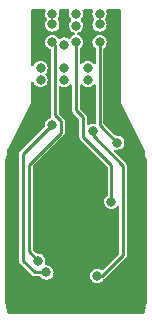
<source format=gbr>
%TF.GenerationSoftware,KiCad,Pcbnew,(6.0.11)*%
%TF.CreationDate,2023-10-17T18:29:59+09:00*%
%TF.ProjectId,ORION_enc_v2,4f52494f-4e5f-4656-9e63-5f76322e6b69,rev?*%
%TF.SameCoordinates,Original*%
%TF.FileFunction,Copper,L2,Bot*%
%TF.FilePolarity,Positive*%
%FSLAX46Y46*%
G04 Gerber Fmt 4.6, Leading zero omitted, Abs format (unit mm)*
G04 Created by KiCad (PCBNEW (6.0.11)) date 2023-10-17 18:29:59*
%MOMM*%
%LPD*%
G01*
G04 APERTURE LIST*
%TA.AperFunction,ViaPad*%
%ADD10C,0.800000*%
%TD*%
%TA.AperFunction,Conductor*%
%ADD11C,0.250000*%
%TD*%
G04 APERTURE END LIST*
D10*
%TO.N,*%
X68000000Y-48200000D03*
%TO.N,+3V3*%
X71000000Y-48000000D03*
X71000000Y-45600000D03*
X72500000Y-56500000D03*
X71000000Y-46500000D03*
%TO.N,GND*%
X72000000Y-50200000D03*
X63500000Y-62000000D03*
X74500000Y-66000000D03*
X65600000Y-45600000D03*
X72400000Y-45600000D03*
X70500000Y-62500000D03*
X68600000Y-56200000D03*
X68500000Y-59000000D03*
X74000000Y-56500000D03*
X63500000Y-67500000D03*
X63487701Y-66000000D03*
X66000000Y-70500000D03*
X72000000Y-70500000D03*
X70000000Y-70500000D03*
X70000000Y-53000000D03*
X72000000Y-54500000D03*
X63500000Y-58000000D03*
X74500000Y-64000000D03*
X71500000Y-65000000D03*
X66500000Y-59000000D03*
X69500000Y-59000000D03*
X71000000Y-70500000D03*
X69000000Y-70500000D03*
X63500000Y-69000000D03*
X68000000Y-70500000D03*
X67000000Y-70500000D03*
X65600000Y-49000000D03*
X74500000Y-70500000D03*
X72400000Y-49000000D03*
X64000000Y-56500000D03*
X69000000Y-61500000D03*
X74500000Y-61000000D03*
X74500000Y-62500000D03*
X63500000Y-60500000D03*
X74500000Y-58000000D03*
X74500000Y-69000000D03*
X69000000Y-68500000D03*
X63500000Y-70500000D03*
X63500000Y-63500000D03*
X74500000Y-67500000D03*
X67500000Y-65500000D03*
X69000000Y-64000000D03*
X67500000Y-59000000D03*
X72000000Y-51200000D03*
X67500000Y-62500000D03*
X70012299Y-65987701D03*
%TO.N,/NSS*%
X70000000Y-50200000D03*
X67000000Y-55000000D03*
X70000000Y-51200000D03*
X66500000Y-67500000D03*
%TO.N,/CLK*%
X69000000Y-48000000D03*
X69000000Y-46600000D03*
X69000000Y-45600000D03*
X72000000Y-61500000D03*
%TO.N,/MISO*%
X70400000Y-55500000D03*
X70775500Y-67775500D03*
X68000000Y-51200000D03*
X68000000Y-50200000D03*
%TO.N,/MOSI*%
X67000000Y-48000000D03*
X67000000Y-45600000D03*
X67000000Y-46500000D03*
X65796672Y-66500000D03*
%TO.N,Net-(J7-Pad1)*%
X66000000Y-50200000D03*
X66000000Y-51200000D03*
%TD*%
D11*
%TO.N,+3V3*%
X71000000Y-55000000D02*
X71000000Y-48000000D01*
X72500000Y-56500000D02*
X71000000Y-55000000D01*
%TO.N,GND*%
X74000000Y-66000000D02*
X71500000Y-68500000D01*
X73500000Y-56000000D02*
X72000000Y-54500000D01*
X70012299Y-65987701D02*
X70512299Y-65987701D01*
X73500000Y-58000000D02*
X73500000Y-56000000D01*
X70512299Y-65987701D02*
X71500000Y-65000000D01*
X71500000Y-68500000D02*
X69000000Y-68500000D01*
X74000000Y-58500000D02*
X74000000Y-66000000D01*
X73500000Y-58000000D02*
X74000000Y-58500000D01*
%TO.N,/NSS*%
X64500000Y-66500000D02*
X65500000Y-67500000D01*
X66975386Y-55000000D02*
X64500000Y-57475386D01*
X64500000Y-57475386D02*
X64500000Y-66500000D01*
X67000000Y-55000000D02*
X66975386Y-55000000D01*
X65500000Y-67500000D02*
X66500000Y-67500000D01*
%TO.N,/CLK*%
X69600000Y-56000000D02*
X72000000Y-58400000D01*
X69600000Y-54375386D02*
X69600000Y-56000000D01*
X69000000Y-48000000D02*
X69000000Y-53775386D01*
X69000000Y-53775386D02*
X69600000Y-54375386D01*
X72000000Y-58400000D02*
X72000000Y-61500000D01*
%TO.N,/MISO*%
X73000000Y-58500000D02*
X73000000Y-66000000D01*
X70400000Y-55900000D02*
X73000000Y-58500000D01*
X71224500Y-67775500D02*
X70775500Y-67775500D01*
X70400000Y-55500000D02*
X70400000Y-55900000D01*
X73000000Y-66000000D02*
X71224500Y-67775500D01*
%TO.N,/MOSI*%
X65000000Y-65703328D02*
X65000000Y-58381153D01*
X65796672Y-66500000D02*
X65000000Y-65703328D01*
X65000000Y-58381153D02*
X67724511Y-55656642D01*
X67200000Y-48200000D02*
X67000000Y-48000000D01*
X67724511Y-54699897D02*
X67200000Y-54175386D01*
X67724511Y-55656642D02*
X67724511Y-54699897D01*
X67200000Y-54175386D02*
X67200000Y-48200000D01*
%TD*%
%TA.AperFunction,Conductor*%
%TO.N,GND*%
G36*
X66395050Y-45220502D02*
G01*
X66441543Y-45274158D01*
X66451647Y-45344432D01*
X66443338Y-45374718D01*
X66414956Y-45443238D01*
X66394318Y-45600000D01*
X66414956Y-45756762D01*
X66475464Y-45902841D01*
X66480491Y-45909392D01*
X66529526Y-45973296D01*
X66555126Y-46039516D01*
X66540861Y-46109065D01*
X66529527Y-46126703D01*
X66475464Y-46197159D01*
X66414956Y-46343238D01*
X66394318Y-46500000D01*
X66414956Y-46656762D01*
X66475464Y-46802841D01*
X66571718Y-46928282D01*
X66697159Y-47024536D01*
X66843238Y-47085044D01*
X67000000Y-47105682D01*
X67008188Y-47104604D01*
X67148574Y-47086122D01*
X67156762Y-47085044D01*
X67302841Y-47024536D01*
X67428282Y-46928282D01*
X67524536Y-46802841D01*
X67585044Y-46656762D01*
X67605682Y-46500000D01*
X67585044Y-46343238D01*
X67524536Y-46197159D01*
X67470474Y-46126704D01*
X67444874Y-46060484D01*
X67459139Y-45990935D01*
X67470474Y-45973296D01*
X67519509Y-45909392D01*
X67524536Y-45902841D01*
X67585044Y-45756762D01*
X67605682Y-45600000D01*
X67585044Y-45443238D01*
X67556662Y-45374718D01*
X67549073Y-45304128D01*
X67580852Y-45240641D01*
X67641910Y-45204414D01*
X67673071Y-45200500D01*
X68326929Y-45200500D01*
X68395050Y-45220502D01*
X68441543Y-45274158D01*
X68451647Y-45344432D01*
X68443338Y-45374718D01*
X68414956Y-45443238D01*
X68394318Y-45600000D01*
X68414956Y-45756762D01*
X68475464Y-45902841D01*
X68480491Y-45909392D01*
X68567892Y-46023296D01*
X68593492Y-46089517D01*
X68579227Y-46159065D01*
X68567892Y-46176704D01*
X68475464Y-46297159D01*
X68414956Y-46443238D01*
X68394318Y-46600000D01*
X68414956Y-46756762D01*
X68475464Y-46902841D01*
X68571718Y-47028282D01*
X68697159Y-47124536D01*
X68823188Y-47176739D01*
X68839730Y-47183591D01*
X68895011Y-47228139D01*
X68917432Y-47295503D01*
X68899874Y-47364294D01*
X68847912Y-47412672D01*
X68839730Y-47416409D01*
X68697159Y-47475464D01*
X68571718Y-47571718D01*
X68566695Y-47578264D01*
X68498674Y-47666911D01*
X68441336Y-47708778D01*
X68370465Y-47713000D01*
X68322009Y-47690171D01*
X68309396Y-47680493D01*
X68309392Y-47680491D01*
X68302841Y-47675464D01*
X68156762Y-47614956D01*
X68000000Y-47594318D01*
X67843238Y-47614956D01*
X67697159Y-47675464D01*
X67690608Y-47680491D01*
X67690604Y-47680493D01*
X67677991Y-47690171D01*
X67611770Y-47715770D01*
X67542222Y-47701504D01*
X67501326Y-47666911D01*
X67433305Y-47578264D01*
X67428282Y-47571718D01*
X67302841Y-47475464D01*
X67156762Y-47414956D01*
X67000000Y-47394318D01*
X66843238Y-47414956D01*
X66697159Y-47475464D01*
X66571718Y-47571718D01*
X66475464Y-47697159D01*
X66414956Y-47843238D01*
X66394318Y-48000000D01*
X66414956Y-48156762D01*
X66475464Y-48302841D01*
X66480491Y-48309392D01*
X66561134Y-48414488D01*
X66571718Y-48428282D01*
X66697159Y-48524536D01*
X66764452Y-48552410D01*
X66796718Y-48565775D01*
X66851999Y-48610324D01*
X66874500Y-48682184D01*
X66874500Y-54155676D01*
X66874020Y-54166658D01*
X66870736Y-54204193D01*
X66880491Y-54240596D01*
X66882870Y-54251328D01*
X66889412Y-54288429D01*
X66885262Y-54289161D01*
X66888402Y-54338529D01*
X66853886Y-54400571D01*
X66813714Y-54427185D01*
X66774000Y-54443635D01*
X66697159Y-54475464D01*
X66571718Y-54571718D01*
X66475464Y-54697159D01*
X66414956Y-54843238D01*
X66394318Y-55000000D01*
X66395396Y-55008188D01*
X66395396Y-55008191D01*
X66400254Y-55045093D01*
X66389314Y-55115241D01*
X66364427Y-55150633D01*
X64283785Y-57231275D01*
X64275681Y-57238702D01*
X64246806Y-57262931D01*
X64241293Y-57272480D01*
X64227961Y-57295571D01*
X64222055Y-57304842D01*
X64200446Y-57335702D01*
X64197592Y-57346352D01*
X64196115Y-57349520D01*
X64194923Y-57352796D01*
X64189412Y-57362341D01*
X64183462Y-57396085D01*
X64182870Y-57399444D01*
X64180492Y-57410171D01*
X64170736Y-57446579D01*
X64171697Y-57457564D01*
X64171697Y-57457566D01*
X64174020Y-57484114D01*
X64174500Y-57495096D01*
X64174500Y-66480290D01*
X64174020Y-66491272D01*
X64170736Y-66528807D01*
X64173590Y-66539456D01*
X64180491Y-66565210D01*
X64182870Y-66575942D01*
X64189412Y-66613045D01*
X64194923Y-66622590D01*
X64196115Y-66625866D01*
X64197592Y-66629034D01*
X64200446Y-66639684D01*
X64217749Y-66664395D01*
X64222055Y-66670544D01*
X64227961Y-66679815D01*
X64241293Y-66702906D01*
X64246806Y-66712455D01*
X64255251Y-66719541D01*
X64275682Y-66736685D01*
X64283785Y-66744111D01*
X65255889Y-67716215D01*
X65263316Y-67724319D01*
X65287545Y-67753194D01*
X65297094Y-67758707D01*
X65320185Y-67772039D01*
X65329456Y-67777945D01*
X65360316Y-67799554D01*
X65370966Y-67802408D01*
X65374134Y-67803885D01*
X65377410Y-67805077D01*
X65386955Y-67810588D01*
X65420699Y-67816538D01*
X65424058Y-67817130D01*
X65434785Y-67819508D01*
X65471193Y-67829264D01*
X65482169Y-67828304D01*
X65482172Y-67828304D01*
X65508743Y-67825979D01*
X65519724Y-67825500D01*
X65930714Y-67825500D01*
X65998835Y-67845502D01*
X66030677Y-67874796D01*
X66071718Y-67928282D01*
X66197159Y-68024536D01*
X66343238Y-68085044D01*
X66351426Y-68086122D01*
X66408114Y-68093585D01*
X66500000Y-68105682D01*
X66508188Y-68104604D01*
X66648574Y-68086122D01*
X66656762Y-68085044D01*
X66802841Y-68024536D01*
X66928282Y-67928282D01*
X67024536Y-67802841D01*
X67085044Y-67656762D01*
X67105682Y-67500000D01*
X67085044Y-67343238D01*
X67024536Y-67197159D01*
X66928282Y-67071718D01*
X66802841Y-66975464D01*
X66656762Y-66914956D01*
X66500000Y-66894318D01*
X66487186Y-66896005D01*
X66417037Y-66885063D01*
X66363941Y-66837933D01*
X66344753Y-66769578D01*
X66354336Y-66722863D01*
X66378555Y-66664395D01*
X66378556Y-66664390D01*
X66381716Y-66656762D01*
X66402354Y-66500000D01*
X66381716Y-66343238D01*
X66321208Y-66197159D01*
X66224954Y-66071718D01*
X66099513Y-65975464D01*
X65953434Y-65914956D01*
X65796672Y-65894318D01*
X65729831Y-65903118D01*
X65659684Y-65892179D01*
X65624291Y-65867292D01*
X65362405Y-65605407D01*
X65328380Y-65543094D01*
X65325500Y-65516311D01*
X65325500Y-58568169D01*
X65345502Y-58500048D01*
X65362405Y-58479074D01*
X67940733Y-55900747D01*
X67948837Y-55893320D01*
X67969260Y-55876183D01*
X67977705Y-55869097D01*
X67996550Y-55836457D01*
X68002454Y-55827189D01*
X68017742Y-55805355D01*
X68024064Y-55796326D01*
X68026917Y-55785680D01*
X68028394Y-55782512D01*
X68029587Y-55779235D01*
X68035099Y-55769687D01*
X68041643Y-55732573D01*
X68044023Y-55721838D01*
X68050921Y-55696096D01*
X68053774Y-55685449D01*
X68050490Y-55647911D01*
X68050011Y-55636930D01*
X68050011Y-54719607D01*
X68050491Y-54708625D01*
X68052814Y-54682077D01*
X68052814Y-54682075D01*
X68053775Y-54671090D01*
X68044019Y-54634682D01*
X68041641Y-54623955D01*
X68041049Y-54620596D01*
X68035099Y-54586852D01*
X68029588Y-54577307D01*
X68028396Y-54574031D01*
X68026919Y-54570863D01*
X68024065Y-54560213D01*
X68002456Y-54529353D01*
X67996550Y-54520082D01*
X67983218Y-54496991D01*
X67977705Y-54487442D01*
X67948828Y-54463212D01*
X67940726Y-54455786D01*
X67562405Y-54077465D01*
X67528379Y-54015153D01*
X67525500Y-53988370D01*
X67525500Y-51842005D01*
X67545502Y-51773884D01*
X67599158Y-51727391D01*
X67669432Y-51717287D01*
X67699718Y-51725596D01*
X67843238Y-51785044D01*
X68000000Y-51805682D01*
X68008188Y-51804604D01*
X68148574Y-51786122D01*
X68156762Y-51785044D01*
X68302841Y-51724536D01*
X68428282Y-51628282D01*
X68448537Y-51601885D01*
X68505875Y-51560018D01*
X68576746Y-51555796D01*
X68638649Y-51590560D01*
X68671930Y-51653272D01*
X68674500Y-51678589D01*
X68674500Y-53755676D01*
X68674020Y-53766658D01*
X68670736Y-53804193D01*
X68673590Y-53814842D01*
X68680491Y-53840596D01*
X68682870Y-53851328D01*
X68689412Y-53888431D01*
X68694923Y-53897976D01*
X68696115Y-53901252D01*
X68697592Y-53904420D01*
X68700446Y-53915070D01*
X68706770Y-53924101D01*
X68722055Y-53945930D01*
X68727961Y-53955201D01*
X68741293Y-53978292D01*
X68746806Y-53987841D01*
X68755251Y-53994927D01*
X68775682Y-54012071D01*
X68783785Y-54019497D01*
X69237595Y-54473307D01*
X69271621Y-54535619D01*
X69274500Y-54562402D01*
X69274500Y-55980290D01*
X69274020Y-55991272D01*
X69270736Y-56028807D01*
X69280491Y-56065210D01*
X69282870Y-56075942D01*
X69283462Y-56079301D01*
X69289412Y-56113045D01*
X69294923Y-56122590D01*
X69296115Y-56125866D01*
X69297592Y-56129034D01*
X69300446Y-56139684D01*
X69306770Y-56148715D01*
X69322055Y-56170544D01*
X69327961Y-56179815D01*
X69334193Y-56190608D01*
X69346806Y-56212455D01*
X69355251Y-56219541D01*
X69375682Y-56236685D01*
X69383785Y-56244111D01*
X71637595Y-58497921D01*
X71671621Y-58560233D01*
X71674500Y-58587016D01*
X71674500Y-60930714D01*
X71654498Y-60998835D01*
X71625204Y-61030677D01*
X71571718Y-61071718D01*
X71475464Y-61197159D01*
X71414956Y-61343238D01*
X71394318Y-61500000D01*
X71414956Y-61656762D01*
X71475464Y-61802841D01*
X71571718Y-61928282D01*
X71697159Y-62024536D01*
X71843238Y-62085044D01*
X72000000Y-62105682D01*
X72008188Y-62104604D01*
X72148574Y-62086122D01*
X72156762Y-62085044D01*
X72302841Y-62024536D01*
X72428282Y-61928282D01*
X72448537Y-61901885D01*
X72505875Y-61860018D01*
X72576746Y-61855796D01*
X72638649Y-61890560D01*
X72671930Y-61953272D01*
X72674500Y-61978589D01*
X72674500Y-65812983D01*
X72654498Y-65881104D01*
X72637595Y-65902078D01*
X71937483Y-66602191D01*
X71275508Y-67264166D01*
X71213196Y-67298191D01*
X71142381Y-67293127D01*
X71109710Y-67275034D01*
X71084894Y-67255992D01*
X71084892Y-67255991D01*
X71078341Y-67250964D01*
X70932262Y-67190456D01*
X70775500Y-67169818D01*
X70618738Y-67190456D01*
X70472659Y-67250964D01*
X70347218Y-67347218D01*
X70250964Y-67472659D01*
X70190456Y-67618738D01*
X70169818Y-67775500D01*
X70190456Y-67932262D01*
X70250964Y-68078341D01*
X70347218Y-68203782D01*
X70472659Y-68300036D01*
X70618738Y-68360544D01*
X70775500Y-68381182D01*
X70783688Y-68380104D01*
X70924074Y-68361622D01*
X70932262Y-68360544D01*
X71078341Y-68300036D01*
X71203782Y-68203782D01*
X71257464Y-68133822D01*
X71314802Y-68091955D01*
X71318611Y-68090942D01*
X71326689Y-68088002D01*
X71337545Y-68086088D01*
X71347090Y-68080577D01*
X71350366Y-68079385D01*
X71353534Y-68077908D01*
X71364184Y-68075054D01*
X71395044Y-68053445D01*
X71404315Y-68047539D01*
X71427406Y-68034207D01*
X71436955Y-68028694D01*
X71461185Y-67999817D01*
X71468611Y-67991715D01*
X73216222Y-66244105D01*
X73224326Y-66236678D01*
X73244750Y-66219540D01*
X73253194Y-66212455D01*
X73258704Y-66202912D01*
X73258707Y-66202908D01*
X73272036Y-66179821D01*
X73277941Y-66170551D01*
X73279288Y-66168628D01*
X73299554Y-66139684D01*
X73302407Y-66129036D01*
X73303886Y-66125865D01*
X73305078Y-66122589D01*
X73310588Y-66113045D01*
X73317134Y-66075924D01*
X73319508Y-66065217D01*
X73329263Y-66028807D01*
X73325979Y-65991269D01*
X73325500Y-65980288D01*
X73325500Y-58519713D01*
X73325979Y-58508732D01*
X73328303Y-58482170D01*
X73328303Y-58482168D01*
X73329263Y-58471193D01*
X73319508Y-58434783D01*
X73317133Y-58424072D01*
X73312501Y-58397806D01*
X73310588Y-58386955D01*
X73305078Y-58377411D01*
X73303886Y-58374135D01*
X73302407Y-58370964D01*
X73299554Y-58360316D01*
X73277940Y-58329448D01*
X73272036Y-58320179D01*
X73258709Y-58297096D01*
X73258707Y-58297093D01*
X73253194Y-58287545D01*
X73237485Y-58274363D01*
X73224331Y-58263326D01*
X73216239Y-58255912D01*
X72262674Y-57302347D01*
X72228651Y-57240038D01*
X72233715Y-57169223D01*
X72276262Y-57112387D01*
X72342782Y-57087576D01*
X72368217Y-57088333D01*
X72491812Y-57104604D01*
X72500000Y-57105682D01*
X72508188Y-57104604D01*
X72648574Y-57086122D01*
X72656762Y-57085044D01*
X72802841Y-57024536D01*
X72928282Y-56928282D01*
X73024536Y-56802841D01*
X73085044Y-56656762D01*
X73105682Y-56500000D01*
X73085044Y-56343238D01*
X73024536Y-56197159D01*
X72928282Y-56071718D01*
X72802841Y-55975464D01*
X72656762Y-55914956D01*
X72500000Y-55894318D01*
X72433159Y-55903118D01*
X72363011Y-55892179D01*
X72327621Y-55867294D01*
X71362404Y-54902078D01*
X71328380Y-54839767D01*
X71325500Y-54812984D01*
X71325500Y-48569286D01*
X71345502Y-48501165D01*
X71374796Y-48469323D01*
X71421736Y-48433305D01*
X71428282Y-48428282D01*
X71438867Y-48414488D01*
X71519509Y-48309392D01*
X71524536Y-48302841D01*
X71585044Y-48156762D01*
X71605682Y-48000000D01*
X71585044Y-47843238D01*
X71524536Y-47697159D01*
X71428282Y-47571718D01*
X71302841Y-47475464D01*
X71156762Y-47414956D01*
X71000000Y-47394318D01*
X70843238Y-47414956D01*
X70697159Y-47475464D01*
X70571718Y-47571718D01*
X70475464Y-47697159D01*
X70414956Y-47843238D01*
X70394318Y-48000000D01*
X70414956Y-48156762D01*
X70475464Y-48302841D01*
X70480491Y-48309392D01*
X70561134Y-48414488D01*
X70571718Y-48428282D01*
X70578264Y-48433305D01*
X70625204Y-48469323D01*
X70667071Y-48526661D01*
X70674500Y-48569286D01*
X70674500Y-49721411D01*
X70654498Y-49789532D01*
X70600842Y-49836025D01*
X70530568Y-49846129D01*
X70465988Y-49816635D01*
X70448537Y-49798115D01*
X70433305Y-49778264D01*
X70428282Y-49771718D01*
X70302841Y-49675464D01*
X70156762Y-49614956D01*
X70000000Y-49594318D01*
X69843238Y-49614956D01*
X69697159Y-49675464D01*
X69571718Y-49771718D01*
X69566695Y-49778264D01*
X69551463Y-49798115D01*
X69494125Y-49839982D01*
X69423254Y-49844204D01*
X69361351Y-49809440D01*
X69328070Y-49746728D01*
X69325500Y-49721411D01*
X69325500Y-48569286D01*
X69345502Y-48501165D01*
X69374796Y-48469323D01*
X69421736Y-48433305D01*
X69428282Y-48428282D01*
X69438867Y-48414488D01*
X69519509Y-48309392D01*
X69524536Y-48302841D01*
X69585044Y-48156762D01*
X69605682Y-48000000D01*
X69585044Y-47843238D01*
X69524536Y-47697159D01*
X69428282Y-47571718D01*
X69302841Y-47475464D01*
X69160270Y-47416409D01*
X69104989Y-47371861D01*
X69082568Y-47304497D01*
X69100126Y-47235706D01*
X69152088Y-47187328D01*
X69160270Y-47183591D01*
X69176812Y-47176739D01*
X69302841Y-47124536D01*
X69428282Y-47028282D01*
X69524536Y-46902841D01*
X69585044Y-46756762D01*
X69605682Y-46600000D01*
X69585044Y-46443238D01*
X69524536Y-46297159D01*
X69432108Y-46176704D01*
X69406508Y-46110483D01*
X69420773Y-46040935D01*
X69432108Y-46023296D01*
X69519509Y-45909392D01*
X69524536Y-45902841D01*
X69585044Y-45756762D01*
X69605682Y-45600000D01*
X69585044Y-45443238D01*
X69556662Y-45374718D01*
X69549073Y-45304128D01*
X69580852Y-45240641D01*
X69641910Y-45204414D01*
X69673071Y-45200500D01*
X70326929Y-45200500D01*
X70395050Y-45220502D01*
X70441543Y-45274158D01*
X70451647Y-45344432D01*
X70443338Y-45374718D01*
X70414956Y-45443238D01*
X70394318Y-45600000D01*
X70414956Y-45756762D01*
X70475464Y-45902841D01*
X70480491Y-45909392D01*
X70529526Y-45973296D01*
X70555126Y-46039516D01*
X70540861Y-46109065D01*
X70529527Y-46126703D01*
X70475464Y-46197159D01*
X70414956Y-46343238D01*
X70394318Y-46500000D01*
X70414956Y-46656762D01*
X70475464Y-46802841D01*
X70571718Y-46928282D01*
X70697159Y-47024536D01*
X70843238Y-47085044D01*
X71000000Y-47105682D01*
X71008188Y-47104604D01*
X71148574Y-47086122D01*
X71156762Y-47085044D01*
X71302841Y-47024536D01*
X71428282Y-46928282D01*
X71524536Y-46802841D01*
X71585044Y-46656762D01*
X71605682Y-46500000D01*
X71585044Y-46343238D01*
X71524536Y-46197159D01*
X71470474Y-46126704D01*
X71444874Y-46060484D01*
X71459139Y-45990935D01*
X71470474Y-45973296D01*
X71519509Y-45909392D01*
X71524536Y-45902841D01*
X71585044Y-45756762D01*
X71605682Y-45600000D01*
X71585044Y-45443238D01*
X71556662Y-45374718D01*
X71549073Y-45304128D01*
X71580852Y-45240641D01*
X71641910Y-45204414D01*
X71673071Y-45200500D01*
X72673500Y-45200500D01*
X72741621Y-45220502D01*
X72788114Y-45274158D01*
X72799500Y-45326500D01*
X72799500Y-52965409D01*
X72797297Y-52986222D01*
X72797332Y-52988873D01*
X72794362Y-53002746D01*
X72804646Y-53045205D01*
X72804988Y-53046659D01*
X72814688Y-53089185D01*
X72823533Y-53100284D01*
X72824559Y-53102416D01*
X72836006Y-53120344D01*
X74786664Y-57021660D01*
X74799736Y-57070401D01*
X74805714Y-57169223D01*
X74811551Y-57265726D01*
X74812237Y-57269467D01*
X74812237Y-57269468D01*
X74853585Y-57495096D01*
X74859537Y-57527577D01*
X74938736Y-57781734D01*
X74940301Y-57785211D01*
X74988899Y-57893191D01*
X75000000Y-57944903D01*
X75000000Y-70055097D01*
X74988899Y-70106809D01*
X74938736Y-70218266D01*
X74859537Y-70472423D01*
X74811551Y-70734274D01*
X74811322Y-70738066D01*
X74811321Y-70738071D01*
X74802639Y-70881608D01*
X74778561Y-70948396D01*
X74722196Y-70991565D01*
X74676869Y-71000000D01*
X63323131Y-71000000D01*
X63255010Y-70979998D01*
X63208517Y-70926342D01*
X63197361Y-70881608D01*
X63188679Y-70738071D01*
X63188678Y-70738066D01*
X63188449Y-70734274D01*
X63140463Y-70472423D01*
X63061264Y-70218266D01*
X63011101Y-70106809D01*
X63000000Y-70055097D01*
X63000000Y-57944903D01*
X63011101Y-57893191D01*
X63059699Y-57785211D01*
X63061264Y-57781734D01*
X63140463Y-57527577D01*
X63146416Y-57495096D01*
X63164026Y-57398997D01*
X63188449Y-57265726D01*
X63200263Y-57070403D01*
X63213335Y-57021661D01*
X65163867Y-53120599D01*
X65175139Y-53102978D01*
X65176293Y-53100591D01*
X65185156Y-53089508D01*
X65194944Y-53046940D01*
X65195278Y-53045533D01*
X65205633Y-53003105D01*
X65202686Y-52989224D01*
X65202722Y-52986861D01*
X65200500Y-52965700D01*
X65200500Y-51472464D01*
X65220502Y-51404343D01*
X65274158Y-51357850D01*
X65344432Y-51347746D01*
X65409012Y-51377240D01*
X65442909Y-51424245D01*
X65475464Y-51502841D01*
X65571718Y-51628282D01*
X65697159Y-51724536D01*
X65843238Y-51785044D01*
X66000000Y-51805682D01*
X66008188Y-51804604D01*
X66148574Y-51786122D01*
X66156762Y-51785044D01*
X66302841Y-51724536D01*
X66428282Y-51628282D01*
X66524536Y-51502841D01*
X66585044Y-51356762D01*
X66605682Y-51200000D01*
X66585044Y-51043238D01*
X66524536Y-50897159D01*
X66432108Y-50776704D01*
X66406508Y-50710483D01*
X66420773Y-50640935D01*
X66432108Y-50623296D01*
X66519509Y-50509392D01*
X66524536Y-50502841D01*
X66585044Y-50356762D01*
X66605682Y-50200000D01*
X66585044Y-50043238D01*
X66524536Y-49897159D01*
X66428282Y-49771718D01*
X66302841Y-49675464D01*
X66156762Y-49614956D01*
X66000000Y-49594318D01*
X65843238Y-49614956D01*
X65697159Y-49675464D01*
X65571718Y-49771718D01*
X65475464Y-49897159D01*
X65442909Y-49975754D01*
X65398361Y-50031035D01*
X65330997Y-50053456D01*
X65262206Y-50035898D01*
X65213828Y-49983936D01*
X65200500Y-49927536D01*
X65200500Y-45326500D01*
X65220502Y-45258379D01*
X65274158Y-45211886D01*
X65326500Y-45200500D01*
X66326929Y-45200500D01*
X66395050Y-45220502D01*
G37*
%TD.AperFunction*%
%TA.AperFunction,Conductor*%
G36*
X69534012Y-51583365D02*
G01*
X69551463Y-51601885D01*
X69571718Y-51628282D01*
X69697159Y-51724536D01*
X69843238Y-51785044D01*
X70000000Y-51805682D01*
X70008188Y-51804604D01*
X70148574Y-51786122D01*
X70156762Y-51785044D01*
X70302841Y-51724536D01*
X70428282Y-51628282D01*
X70448537Y-51601885D01*
X70505875Y-51560018D01*
X70576746Y-51555796D01*
X70638649Y-51590560D01*
X70671930Y-51653272D01*
X70674500Y-51678589D01*
X70674500Y-54786781D01*
X70654498Y-54854902D01*
X70600842Y-54901395D01*
X70532054Y-54911703D01*
X70408188Y-54895396D01*
X70400000Y-54894318D01*
X70243238Y-54914956D01*
X70235609Y-54918116D01*
X70099718Y-54974404D01*
X70029128Y-54981993D01*
X69965641Y-54950214D01*
X69929414Y-54889156D01*
X69925500Y-54857995D01*
X69925500Y-54395099D01*
X69925979Y-54384118D01*
X69928303Y-54357556D01*
X69928303Y-54357554D01*
X69929263Y-54346579D01*
X69919508Y-54310169D01*
X69917133Y-54299458D01*
X69915317Y-54289161D01*
X69910588Y-54262341D01*
X69905079Y-54252798D01*
X69903888Y-54249526D01*
X69902408Y-54246353D01*
X69899554Y-54235702D01*
X69877945Y-54204842D01*
X69872039Y-54195571D01*
X69858707Y-54172480D01*
X69853194Y-54162931D01*
X69824317Y-54138701D01*
X69816215Y-54131275D01*
X69362405Y-53677465D01*
X69328379Y-53615153D01*
X69325500Y-53588370D01*
X69325500Y-51678589D01*
X69345502Y-51610468D01*
X69399158Y-51563975D01*
X69469432Y-51553871D01*
X69534012Y-51583365D01*
G37*
%TD.AperFunction*%
%TD*%
M02*

</source>
